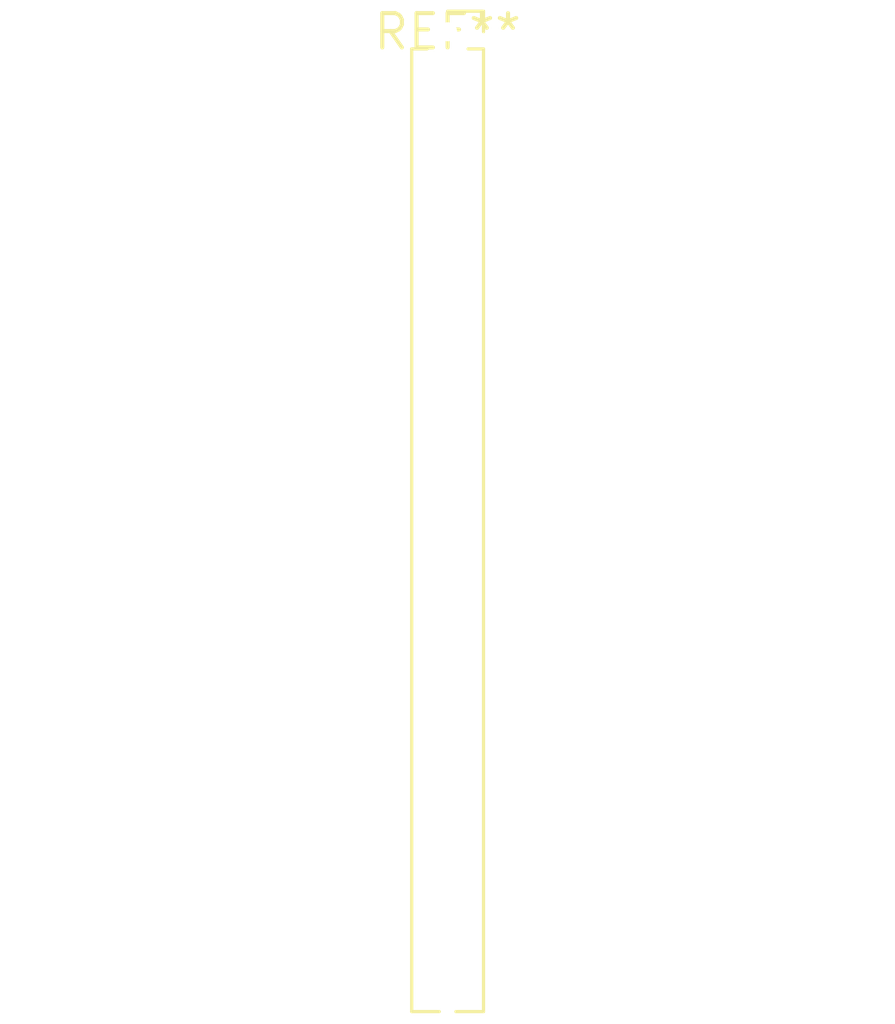
<source format=kicad_pcb>
(kicad_pcb (version 20240108) (generator pcbnew)
  (layers (0 "F.Cu" signal) (31 "B.Cu" signal) (34 "B.Paste" user) (35 "F.Paste" user) (36 "B.SilkS" user "B.Silkscreen") (37 "F.SilkS" user "F.Silkscreen") (38 "B.Mask" user) (39 "F.Mask" user) (44 "Edge.Cuts" user))
  (net 0 "")
  (footprint "PinSocket_1x29_P1.27mm_Vertical" (layer "F.Cu") (at 0 0)
    (property "Reference" "REF**")
    (property "Value" "PinSocket_1x29_P1.27mm_Vertical")
    (fp_line (start -1.33 0.635) (end -1.33 36.255) (layer "F.SilkS") (stroke (width 0.12)))
    (fp_line (start -1.33 0.635) (end -0.76 0.635) (layer "F.SilkS") (stroke (width 0.12)))
    (fp_line (start -1.33 36.255) (end -0.30753 36.255) (layer "F.SilkS") (stroke (width 0.12)))
    (fp_line (start 0 -0.76) (end 1.33 -0.76) (layer "F.SilkS") (stroke (width 0.12)))
    (fp_line (start 0.30753 36.255) (end 1.33 36.255) (layer "F.SilkS") (stroke (width 0.12)))
    (fp_line (start 0.76 0.635) (end 1.33 0.635) (layer "F.SilkS") (stroke (width 0.12)))
    (fp_line (start 1.33 -0.76) (end 1.33 0) (layer "F.SilkS") (stroke (width 0.12)))
    (fp_line (start 1.33 0.635) (end 1.33 36.255) (layer "F.SilkS") (stroke (width 0.12)))
    (pad "1" thru_hole rect (at 0 0) (size 1 1) (drill 0.7) (layers *.Cu *.Mask) (remove_unused_layers))
    (pad "2" thru_hole oval (at 0 1.27) (size 1 1) (drill 0.7) (layers *.Cu *.Mask) (remove_unused_layers))
    (pad "3" thru_hole oval (at 0 2.54) (size 1 1) (drill 0.7) (layers *.Cu *.Mask) (remove_unused_layers))
    (pad "4" thru_hole oval (at 0 3.81) (size 1 1) (drill 0.7) (layers *.Cu *.Mask) (remove_unused_layers))
    (pad "5" thru_hole oval (at 0 5.08) (size 1 1) (drill 0.7) (layers *.Cu *.Mask) (remove_unused_layers))
    (pad "6" thru_hole oval (at 0 6.35) (size 1 1) (drill 0.7) (layers *.Cu *.Mask) (remove_unused_layers))
    (pad "7" thru_hole oval (at 0 7.62) (size 1 1) (drill 0.7) (layers *.Cu *.Mask) (remove_unused_layers))
    (pad "8" thru_hole oval (at 0 8.89) (size 1 1) (drill 0.7) (layers *.Cu *.Mask) (remove_unused_layers))
    (pad "9" thru_hole oval (at 0 10.16) (size 1 1) (drill 0.7) (layers *.Cu *.Mask) (remove_unused_layers))
    (pad "10" thru_hole oval (at 0 11.43) (size 1 1) (drill 0.7) (layers *.Cu *.Mask) (remove_unused_layers))
    (pad "11" thru_hole oval (at 0 12.7) (size 1 1) (drill 0.7) (layers *.Cu *.Mask) (remove_unused_layers))
    (pad "12" thru_hole oval (at 0 13.97) (size 1 1) (drill 0.7) (layers *.Cu *.Mask) (remove_unused_layers))
    (pad "13" thru_hole oval (at 0 15.24) (size 1 1) (drill 0.7) (layers *.Cu *.Mask) (remove_unused_layers))
    (pad "14" thru_hole oval (at 0 16.51) (size 1 1) (drill 0.7) (layers *.Cu *.Mask) (remove_unused_layers))
    (pad "15" thru_hole oval (at 0 17.78) (size 1 1) (drill 0.7) (layers *.Cu *.Mask) (remove_unused_layers))
    (pad "16" thru_hole oval (at 0 19.05) (size 1 1) (drill 0.7) (layers *.Cu *.Mask) (remove_unused_layers))
    (pad "17" thru_hole oval (at 0 20.32) (size 1 1) (drill 0.7) (layers *.Cu *.Mask) (remove_unused_layers))
    (pad "18" thru_hole oval (at 0 21.59) (size 1 1) (drill 0.7) (layers *.Cu *.Mask) (remove_unused_layers))
    (pad "19" thru_hole oval (at 0 22.86) (size 1 1) (drill 0.7) (layers *.Cu *.Mask) (remove_unused_layers))
    (pad "20" thru_hole oval (at 0 24.13) (size 1 1) (drill 0.7) (layers *.Cu *.Mask) (remove_unused_layers))
    (pad "21" thru_hole oval (at 0 25.4) (size 1 1) (drill 0.7) (layers *.Cu *.Mask) (remove_unused_layers))
    (pad "22" thru_hole oval (at 0 26.67) (size 1 1) (drill 0.7) (layers *.Cu *.Mask) (remove_unused_layers))
    (pad "23" thru_hole oval (at 0 27.94) (size 1 1) (drill 0.7) (layers *.Cu *.Mask) (remove_unused_layers))
    (pad "24" thru_hole oval (at 0 29.21) (size 1 1) (drill 0.7) (layers *.Cu *.Mask) (remove_unused_layers))
    (pad "25" thru_hole oval (at 0 30.48) (size 1 1) (drill 0.7) (layers *.Cu *.Mask) (remove_unused_layers))
    (pad "26" thru_hole oval (at 0 31.75) (size 1 1) (drill 0.7) (layers *.Cu *.Mask) (remove_unused_layers))
    (pad "27" thru_hole oval (at 0 33.02) (size 1 1) (drill 0.7) (layers *.Cu *.Mask) (remove_unused_layers))
    (pad "28" thru_hole oval (at 0 34.29) (size 1 1) (drill 0.7) (layers *.Cu *.Mask) (remove_unused_layers))
    (pad "29" thru_hole oval (at 0 35.56) (size 1 1) (drill 0.7) (layers *.Cu *.Mask) (remove_unused_layers))
  )
)
</source>
